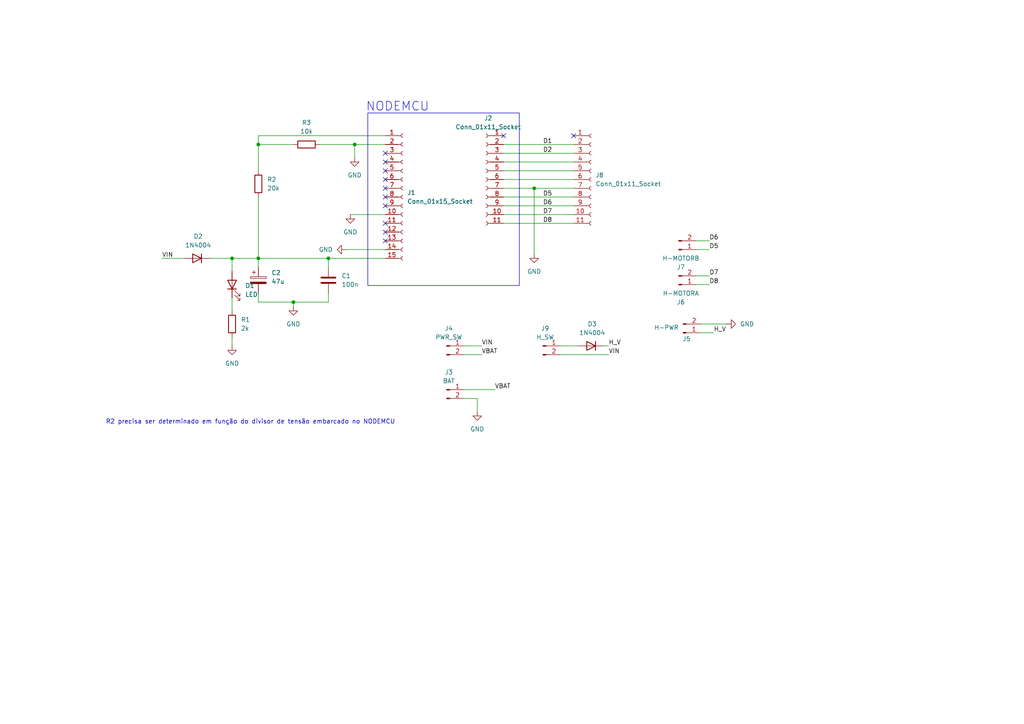
<source format=kicad_sch>
(kicad_sch (version 20231120) (generator "eeschema") (generator_version "8.0")
  (paper "A4")
  (title_block (title "Placa RC Slave Futebol Mini") (date "2024-11-06") (rev "1") (company "UFPA"))
  (lib_symbols
    (symbol "Connector:Conn_01x02_Pin" (pin_names (offset 1.016) hide)
      (property "Reference" "J" (at 0 2.54 0))
      (property "Value" "Conn_01x02_Pin" (at 0 -5.08 0))
      (symbol "Conn_01x02_Pin_1_1"
        (polyline (pts (xy 1.27 -2.54) (xy 0.8636 -2.54)) (stroke (width 0.1524)))
        (polyline (pts (xy 1.27 0) (xy 0.8636 0)) (stroke (width 0.1524)))
        (rectangle (start 0.8636 -2.413) (end 0 -2.667) (stroke (width 0.1524)) (fill (type outline)))
        (rectangle (start 0.8636 0.127) (end 0 -0.127) (stroke (width 0.1524)) (fill (type outline)))
        (pin passive line (at 5.08 0 180) (length 3.81) (name "Pin_1") (number "1"))
        (pin passive line (at 5.08 -2.54 180) (length 3.81) (name "Pin_2") (number "2"))
      )
    )
    (symbol "Connector:Conn_01x11_Socket" (pin_names (offset 1.016) hide)
      (property "Reference" "J" (at 0 15.24 0))
      (property "Value" "Conn_01x11_Socket" (at 0 -15.24 0))
      (symbol "Conn_01x11_Socket_1_1"
        (arc (start 0 -12.192) (mid -0.5058 -12.7) (end 0 -13.208) (stroke (width 0.1524)))
        (arc (start 0 -9.652) (mid -0.5058 -10.16) (end 0 -10.668) (stroke (width 0.1524)))
        (arc (start 0 -7.112) (mid -0.5058 -7.62) (end 0 -8.128) (stroke (width 0.1524)))
        (arc (start 0 -4.572) (mid -0.5058 -5.08) (end 0 -5.588) (stroke (width 0.1524)))
        (arc (start 0 -2.032) (mid -0.5058 -2.54) (end 0 -3.048) (stroke (width 0.1524)))
        (polyline (pts (xy -1.27 -12.7) (xy -0.508 -12.7)) (stroke (width 0.1524)))
        (polyline (pts (xy -1.27 -10.16) (xy -0.508 -10.16)) (stroke (width 0.1524)))
        (polyline (pts (xy -1.27 -7.62) (xy -0.508 -7.62)) (stroke (width 0.1524)))
        (polyline (pts (xy -1.27 -5.08) (xy -0.508 -5.08)) (stroke (width 0.1524)))
        (polyline (pts (xy -1.27 -2.54) (xy -0.508 -2.54)) (stroke (width 0.1524)))
        (polyline (pts (xy -1.27 0) (xy -0.508 0)) (stroke (width 0.1524)))
        (polyline (pts (xy -1.27 2.54) (xy -0.508 2.54)) (stroke (width 0.1524)))
        (polyline (pts (xy -1.27 5.08) (xy -0.508 5.08)) (stroke (width 0.1524)))
        (polyline (pts (xy -1.27 7.62) (xy -0.508 7.62)) (stroke (width 0.1524)))
        (polyline (pts (xy -1.27 10.16) (xy -0.508 10.16)) (stroke (width 0.1524)))
        (polyline (pts (xy -1.27 12.7) (xy -0.508 12.7)) (stroke (width 0.1524)))
        (arc (start 0 0.508) (mid -0.5058 0) (end 0 -0.508) (stroke (width 0.1524)))
        (arc (start 0 3.048) (mid -0.5058 2.54) (end 0 2.032) (stroke (width 0.1524)))
        (arc (start 0 5.588) (mid -0.5058 5.08) (end 0 4.572) (stroke (width 0.1524)))
        (arc (start 0 8.128) (mid -0.5058 7.62) (end 0 7.112) (stroke (width 0.1524)))
        (arc (start 0 10.668) (mid -0.5058 10.16) (end 0 9.652) (stroke (width 0.1524)))
        (arc (start 0 13.208) (mid -0.5058 12.7) (end 0 12.192) (stroke (width 0.1524)))
        (pin passive line (at -5.08 12.7 0) (length 3.81) (name "Pin_1") (number "1"))
        (pin passive line (at -5.08 -10.16 0) (length 3.81) (name "Pin_10") (number "10"))
        (pin passive line (at -5.08 -12.7 0) (length 3.81) (name "Pin_11") (number "11"))
        (pin passive line (at -5.08 10.16 0) (length 3.81) (name "Pin_2") (number "2"))
        (pin passive line (at -5.08 7.62 0) (length 3.81) (name "Pin_3") (number "3"))
        (pin passive line (at -5.08 5.08 0) (length 3.81) (name "Pin_4") (number "4"))
        (pin passive line (at -5.08 2.54 0) (length 3.81) (name "Pin_5") (number "5"))
        (pin passive line (at -5.08 0 0) (length 3.81) (name "Pin_6") (number "6"))
        (pin passive line (at -5.08 -2.54 0) (length 3.81) (name "Pin_7") (number "7"))
        (pin passive line (at -5.08 -5.08 0) (length 3.81) (name "Pin_8") (number "8"))
        (pin passive line (at -5.08 -7.62 0) (length 3.81) (name "Pin_9") (number "9"))
      )
    )
    (symbol "Connector:Conn_01x15_Socket" (pin_names (offset 1.016) hide)
      (property "Reference" "J" (at 0 20.32 0))
      (property "Value" "Conn_01x15_Socket" (at 0 -20.32 0))
      (symbol "Conn_01x15_Socket_1_1"
        (arc (start 0 -17.272) (mid -0.5058 -17.78) (end 0 -18.288) (stroke (width 0.1524)))
        (arc (start 0 -14.732) (mid -0.5058 -15.24) (end 0 -15.748) (stroke (width 0.1524)))
        (arc (start 0 -12.192) (mid -0.5058 -12.7) (end 0 -13.208) (stroke (width 0.1524)))
        (arc (start 0 -9.652) (mid -0.5058 -10.16) (end 0 -10.668) (stroke (width 0.1524)))
        (arc (start 0 -7.112) (mid -0.5058 -7.62) (end 0 -8.128) (stroke (width 0.1524)))
        (arc (start 0 -4.572) (mid -0.5058 -5.08) (end 0 -5.588) (stroke (width 0.1524)))
        (arc (start 0 -2.032) (mid -0.5058 -2.54) (end 0 -3.048) (stroke (width 0.1524)))
        (polyline (pts (xy -1.27 -17.78) (xy -0.508 -17.78)) (stroke (width 0.1524)))
        (polyline (pts (xy -1.27 -15.24) (xy -0.508 -15.24)) (stroke (width 0.1524)))
        (polyline (pts (xy -1.27 -12.7) (xy -0.508 -12.7)) (stroke (width 0.1524)))
        (polyline (pts (xy -1.27 -10.16) (xy -0.508 -10.16)) (stroke (width 0.1524)))
        (polyline (pts (xy -1.27 -7.62) (xy -0.508 -7.62)) (stroke (width 0.1524)))
        (polyline (pts (xy -1.27 -5.08) (xy -0.508 -5.08)) (stroke (width 0.1524)))
        (polyline (pts (xy -1.27 -2.54) (xy -0.508 -2.54)) (stroke (width 0.1524)))
        (polyline (pts (xy -1.27 0) (xy -0.508 0)) (stroke (width 0.1524)))
        (polyline (pts (xy -1.27 2.54) (xy -0.508 2.54)) (stroke (width 0.1524)))
        (polyline (pts (xy -1.27 5.08) (xy -0.508 5.08)) (stroke (width 0.1524)))
        (polyline (pts (xy -1.27 7.62) (xy -0.508 7.62)) (stroke (width 0.1524)))
        (polyline (pts (xy -1.27 10.16) (xy -0.508 10.16)) (stroke (width 0.1524)))
        (polyline (pts (xy -1.27 12.7) (xy -0.508 12.7)) (stroke (width 0.1524)))
        (polyline (pts (xy -1.27 15.24) (xy -0.508 15.24)) (stroke (width 0.1524)))
        (polyline (pts (xy -1.27 17.78) (xy -0.508 17.78)) (stroke (width 0.1524)))
        (arc (start 0 0.508) (mid -0.5058 0) (end 0 -0.508) (stroke (width 0.1524)))
        (arc (start 0 3.048) (mid -0.5058 2.54) (end 0 2.032) (stroke (width 0.1524)))
        (arc (start 0 5.588) (mid -0.5058 5.08) (end 0 4.572) (stroke (width 0.1524)))
        (arc (start 0 8.128) (mid -0.5058 7.62) (end 0 7.112) (stroke (width 0.1524)))
        (arc (start 0 10.668) (mid -0.5058 10.16) (end 0 9.652) (stroke (width 0.1524)))
        (arc (start 0 13.208) (mid -0.5058 12.7) (end 0 12.192) (stroke (width 0.1524)))
        (arc (start 0 15.748) (mid -0.5058 15.24) (end 0 14.732) (stroke (width 0.1524)))
        (arc (start 0 18.288) (mid -0.5058 17.78) (end 0 17.272) (stroke (width 0.1524)))
        (pin passive line (at -5.08 17.78 0) (length 3.81) (name "Pin_1") (number "1"))
        (pin passive line (at -5.08 -5.08 0) (length 3.81) (name "Pin_10") (number "10"))
        (pin passive line (at -5.08 -7.62 0) (length 3.81) (name "Pin_11") (number "11"))
        (pin passive line (at -5.08 -10.16 0) (length 3.81) (name "Pin_12") (number "12"))
        (pin passive line (at -5.08 -12.7 0) (length 3.81) (name "Pin_13") (number "13"))
        (pin passive line (at -5.08 -15.24 0) (length 3.81) (name "Pin_14") (number "14"))
        (pin passive line (at -5.08 -17.78 0) (length 3.81) (name "Pin_15") (number "15"))
        (pin passive line (at -5.08 15.24 0) (length 3.81) (name "Pin_2") (number "2"))
        (pin passive line (at -5.08 12.7 0) (length 3.81) (name "Pin_3") (number "3"))
        (pin passive line (at -5.08 10.16 0) (length 3.81) (name "Pin_4") (number "4"))
        (pin passive line (at -5.08 7.62 0) (length 3.81) (name "Pin_5") (number "5"))
        (pin passive line (at -5.08 5.08 0) (length 3.81) (name "Pin_6") (number "6"))
        (pin passive line (at -5.08 2.54 0) (length 3.81) (name "Pin_7") (number "7"))
        (pin passive line (at -5.08 0 0) (length 3.81) (name "Pin_8") (number "8"))
        (pin passive line (at -5.08 -2.54 0) (length 3.81) (name "Pin_9") (number "9"))
      )
    )
    (symbol "Device:C" (pin_numbers hide) (pin_names (offset 0.254))
      (property "Reference" "C" (at 0.635 2.54 0))
      (property "Value" "C" (at 0.635 -2.54 0))
      (symbol "C_0_1"
        (polyline (pts (xy -2.032 -0.762) (xy 2.032 -0.762)) (stroke (width 0.508)))
        (polyline (pts (xy -2.032 0.762) (xy 2.032 0.762)) (stroke (width 0.508)))
      )
      (symbol "C_1_1"
        (pin passive line (at 0 3.81 270) (length 2.794) (name "~") (number "1"))
        (pin passive line (at 0 -3.81 90) (length 2.794) (name "~") (number "2"))
      )
    )
    (symbol "Device:C_Polarized" (pin_numbers hide) (pin_names (offset 0.254))
      (property "Reference" "C" (at 0.635 2.54 0))
      (property "Value" "C_Polarized" (at 0.635 -2.54 0))
      (symbol "C_Polarized_0_1"
        (rectangle (start -2.286 0.508) (end 2.286 1.016))
        (polyline (pts (xy -1.778 2.286) (xy -0.762 2.286)))
        (polyline (pts (xy -1.27 2.794) (xy -1.27 1.778)))
        (rectangle (start 2.286 -0.508) (end -2.286 -1.016) (fill (type outline)))
      )
      (symbol "C_Polarized_1_1"
        (pin passive line (at 0 3.81 270) (length 2.794) (name "~") (number "1"))
        (pin passive line (at 0 -3.81 90) (length 2.794) (name "~") (number "2"))
      )
    )
    (symbol "Device:LED" (pin_numbers hide) (pin_names (offset 1.016) hide)
      (property "Reference" "D" (at 0 2.54 0))
      (property "Value" "LED" (at 0 -2.54 0))
      (symbol "LED_0_1"
        (polyline (pts (xy -1.27 -1.27) (xy -1.27 1.27)) (stroke (width 0.254)))
        (polyline (pts (xy -1.27 0) (xy 1.27 0)))
        (polyline (pts (xy 1.27 -1.27) (xy 1.27 1.27) (xy -1.27 0) (xy 1.27 -1.27)) (stroke (width 0.254)))
        (polyline (pts (xy -3.048 -0.762) (xy -4.572 -2.286) (xy -3.81 -2.286) (xy -4.572 -2.286) (xy -4.572 -1.524)))
        (polyline (pts (xy -1.778 -0.762) (xy -3.302 -2.286) (xy -2.54 -2.286) (xy -3.302 -2.286) (xy -3.302 -1.524)))
      )
      (symbol "LED_1_1"
        (pin passive line (at -3.81 0 0) (length 2.54) (name "K") (number "1"))
        (pin passive line (at 3.81 0 180) (length 2.54) (name "A") (number "2"))
      )
    )
    (symbol "Device:R" (pin_numbers hide) (pin_names (offset 0))
      (property "Reference" "R" (at 2.032 0 90))
      (property "Value" "R" (at 0 0 90))
      (symbol "R_0_1"
        (rectangle (start -1.016 -2.54) (end 1.016 2.54) (stroke (width 0.254)))
      )
      (symbol "R_1_1"
        (pin passive line (at 0 3.81 270) (length 1.27) (name "~") (number "1"))
        (pin passive line (at 0 -3.81 90) (length 1.27) (name "~") (number "2"))
      )
    )
    (symbol "Diode:1N4004" (pin_numbers hide) (pin_names hide)
      (property "Reference" "D" (at 0 2.54 0))
      (property "Value" "1N4004" (at 0 -2.54 0))
      (symbol "1N4004_0_1"
        (polyline (pts (xy -1.27 1.27) (xy -1.27 -1.27)) (stroke (width 0.254)))
        (polyline (pts (xy 1.27 0) (xy -1.27 0)))
        (polyline (pts (xy 1.27 1.27) (xy 1.27 -1.27) (xy -1.27 0) (xy 1.27 1.27)) (stroke (width 0.254)))
      )
      (symbol "1N4004_1_1"
        (pin passive line (at -3.81 0 0) (length 2.54) (name "K") (number "1"))
        (pin passive line (at 3.81 0 180) (length 2.54) (name "A") (number "2"))
      )
    )
    (symbol "power:GND" (power) (pin_numbers hide) (pin_names (offset 0) hide)
      (property "Value" "GND" (at 0 -3.81 0))
      (symbol "GND_0_1"
        (polyline (pts (xy 0 0) (xy 0 -1.27) (xy 1.27 -1.27) (xy 0 -2.54) (xy -1.27 -1.27) (xy 0 -1.27)))
      )
      (symbol "GND_1_1"
        (pin power_in line (at 0 0 270) (length 0) (name "~") (number "1"))
      )
    )
  )
  (junction (at 74.93 41.91))
  (junction (at 95.25 74.93))
  (junction (at 102.87 41.91))
  (junction (at 67.31 74.93))
  (junction (at 85.09 87.63))
  (junction (at 74.93 74.93))
  (junction (at 154.94 54.61))
  (no_connect (at 111.76 44.45))
  (no_connect (at 111.76 64.77))
  (no_connect (at 111.76 52.07))
  (no_connect (at 111.76 54.61))
  (no_connect (at 111.76 49.53))
  (no_connect (at 111.76 46.99))
  (no_connect (at 111.76 57.15))
  (no_connect (at 146.05 39.37))
  (no_connect (at 166.37 39.37))
  (no_connect (at 111.76 69.85))
  (no_connect (at 111.76 67.31))
  (no_connect (at 111.76 59.69))
  (wire (pts (xy 154.94 54.61) (xy 166.37 54.61)))
  (wire (pts (xy 74.93 77.47) (xy 74.93 74.93)))
  (wire (pts (xy 74.93 41.91) (xy 74.93 49.53)))
  (wire (pts (xy 100.33 72.39) (xy 111.76 72.39)))
  (wire (pts (xy 85.09 87.63) (xy 85.09 88.9)))
  (wire (pts (xy 134.62 100.33) (xy 139.7 100.33)))
  (wire (pts (xy 146.05 49.53) (xy 166.37 49.53)))
  (wire (pts (xy 102.87 41.91) (xy 111.76 41.91)))
  (wire (pts (xy 162.56 100.33) (xy 167.64 100.33)))
  (wire (pts (xy 95.25 87.63) (xy 95.25 85.09)))
  (wire (pts (xy 205.74 82.55) (xy 201.93 82.55)))
  (wire (pts (xy 154.94 54.61) (xy 146.05 54.61)))
  (wire (pts (xy 95.25 74.93) (xy 111.76 74.93)))
  (wire (pts (xy 102.87 45.72) (xy 102.87 41.91)))
  (wire (pts (xy 67.31 97.79) (xy 67.31 100.33)))
  (wire (pts (xy 67.31 74.93) (xy 67.31 78.74)))
  (wire (pts (xy 139.7 102.87) (xy 134.62 102.87)))
  (wire (pts (xy 60.96 74.93) (xy 67.31 74.93)))
  (wire (pts (xy 74.93 87.63) (xy 74.93 85.09)))
  (wire (pts (xy 74.93 41.91) (xy 85.09 41.91)))
  (wire (pts (xy 85.09 87.63) (xy 95.25 87.63)))
  (wire (pts (xy 201.93 80.01) (xy 205.74 80.01)))
  (wire (pts (xy 146.05 52.07) (xy 166.37 52.07)))
  (wire (pts (xy 146.05 44.45) (xy 166.37 44.45)))
  (wire (pts (xy 134.62 113.03) (xy 143.51 113.03)))
  (wire (pts (xy 67.31 86.36) (xy 67.31 90.17)))
  (wire (pts (xy 207.01 96.52) (xy 203.2 96.52)))
  (wire (pts (xy 74.93 57.15) (xy 74.93 74.93)))
  (wire (pts (xy 146.05 64.77) (xy 166.37 64.77)))
  (wire (pts (xy 101.6 62.23) (xy 111.76 62.23)))
  (wire (pts (xy 146.05 57.15) (xy 166.37 57.15)))
  (wire (pts (xy 146.05 41.91) (xy 166.37 41.91)))
  (wire (pts (xy 210.82 93.98) (xy 203.2 93.98)))
  (wire (pts (xy 146.05 46.99) (xy 166.37 46.99)))
  (wire (pts (xy 74.93 87.63) (xy 85.09 87.63)))
  (wire (pts (xy 201.93 69.85) (xy 205.74 69.85)))
  (wire (pts (xy 67.31 74.93) (xy 74.93 74.93)))
  (wire (pts (xy 176.53 100.33) (xy 175.26 100.33)))
  (wire (pts (xy 154.94 73.66) (xy 154.94 54.61)))
  (wire (pts (xy 146.05 62.23) (xy 166.37 62.23)))
  (wire (pts (xy 46.99 74.93) (xy 53.34 74.93)))
  (wire (pts (xy 92.71 41.91) (xy 102.87 41.91)))
  (wire (pts (xy 74.93 74.93) (xy 95.25 74.93)))
  (wire (pts (xy 95.25 77.47) (xy 95.25 74.93)))
  (wire (pts (xy 146.05 59.69) (xy 166.37 59.69)))
  (wire (pts (xy 138.43 115.57) (xy 138.43 119.38)))
  (wire (pts (xy 176.53 102.87) (xy 162.56 102.87)))
  (wire (pts (xy 111.76 39.37) (xy 74.93 39.37)))
  (wire (pts (xy 134.62 115.57) (xy 138.43 115.57)))
  (wire (pts (xy 201.93 72.39) (xy 205.74 72.39)))
  (wire (pts (xy 74.93 39.37) (xy 74.93 41.91)))
  (rectangle (start 106.68 32.766) (end 150.622 82.804))
  (text "R2 precisa ser determinado em função do divisor de tensão embarcado no NODEMCU\n" (at 72.644 122.428 0) (effects (font (size 1.27 1.27))))
  (text "NODEMCU" (at 115.316 30.988 0) (effects (font (size 2.54 2.54))))
  (label "D8" (at 157.48 64.77 0))
  (label "D5" (at 157.48 57.15 0))
  (label "D1" (at 157.48 41.91 0))
  (label "VIN" (at 46.99 74.93 0))
  (label "VIN" (at 139.7 100.33 0))
  (label "D5" (at 205.74 72.39 0))
  (label "D7" (at 205.74 80.01 0))
  (label "D8" (at 205.74 82.55 0))
  (label "VBAT" (at 143.51 113.03 0))
  (label "D6" (at 157.48 59.69 0))
  (label "D2" (at 157.48 44.45 0))
  (label "VIN" (at 176.53 102.87 0))
  (label "D7" (at 157.48 62.23 0))
  (label "D6" (at 205.74 69.85 0))
  (label "H_V" (at 207.01 96.52 0))
  (label "H_V" (at 176.53 100.33 0))
  (label "VBAT" (at 139.7 102.87 0))
  (symbol (lib_id "Diode:1N4004") (at 57.15 74.93 0) (mirror y) (unit 1)
    (property "Reference" "D2" (at 57.4675 68.58 0))
    (property "Value" "1N4004" (at 57.4675 71.12 0))
    (property "Footprint" "Diode_THT:D_DO-41_SOD81_P10.16mm_Horizontal" (effects (hide yes)))
    (property "Datasheet" "http://www.vishay.com/docs/88503/1n4001.pdf" (effects (hide yes)))
    (property "Description" "400V 1A General Purpose Rectifier Diode, DO-41" (effects (hide yes)))
    (property "Sim.Device" "D" (effects (hide yes)))
    (property "Sim.Pins" "1=K 2=A" (effects (hide yes)))
  )
  (symbol (lib_id "Connector:Conn_01x02_Pin") (at 196.85 72.39 0) (mirror x) (unit 1)
    (property "Reference" "J7" (at 197.485 77.47 0))
    (property "Value" "H-MOTORB" (at 197.485 74.93 0))
    (property "Footprint" "Connector_PinHeader_2.54mm:PinHeader_1x02_P2.54mm_Vertical" (effects (hide yes)))
    (property "Description" "Generic connector, single row, 01x02, script generated" (effects (hide yes)))
  )
  (symbol (lib_id "Connector:Conn_01x02_Pin") (at 196.85 82.55 0) (mirror x) (unit 1)
    (property "Reference" "J6" (at 197.485 87.63 0))
    (property "Value" "H-MOTORA" (at 197.485 85.09 0))
    (property "Footprint" "Connector_PinHeader_2.54mm:PinHeader_1x02_P2.54mm_Vertical" (effects (hide yes)))
    (property "Description" "Generic connector, single row, 01x02, script generated" (effects (hide yes)))
  )
  (symbol (lib_id "Connector:Conn_01x02_Pin") (at 129.54 113.03 0) (unit 1)
    (property "Reference" "J3" (at 130.175 107.95 0))
    (property "Value" "BAT" (at 130.175 110.49 0))
    (property "Footprint" "Connector_PinHeader_2.54mm:PinHeader_1x02_P2.54mm_Vertical" (effects (hide yes)))
    (property "Description" "Generic connector, single row, 01x02, script generated" (effects (hide yes)))
  )
  (symbol (lib_id "power:GND") (at 101.6 62.23 0) (unit 1)
    (property "Reference" "#PWR7" (effects (hide yes)))
    (property "Value" "GND" (at 101.6 67.31 0))
    (property "Description" "Power symbol creates a global label with name \"GND\" , ground" (effects (hide yes)))
  )
  (symbol (lib_id "Connector:Conn_01x02_Pin") (at 129.54 100.33 0) (unit 1)
    (property "Reference" "J4" (at 130.175 95.25 0))
    (property "Value" "PWR_SW" (at 130.175 97.79 0))
    (property "Footprint" "Connector_PinHeader_2.54mm:PinHeader_1x02_P2.54mm_Vertical" (effects (hide yes)))
    (property "Description" "Generic connector, single row, 01x02, script generated" (effects (hide yes)))
  )
  (symbol (lib_id "Device:C") (at 95.25 81.28 0) (unit 1)
    (property "Reference" "C1" (at 99.06 80.0099 0) (effects (justify left)))
    (property "Value" "100n" (at 99.06 82.5499 0) (effects (justify left)))
    (property "Footprint" "Capacitor_THT:CP_Radial_D5.0mm_P2.50mm" (effects (hide yes)))
    (property "Description" "Unpolarized capacitor" (effects (hide yes)))
  )
  (symbol (lib_id "Device:C_Polarized") (at 74.93 81.28 0) (unit 1)
    (property "Reference" "C2" (at 78.74 79.1209 0) (effects (justify left)))
    (property "Value" "47u" (at 78.74 81.6609 0) (effects (justify left)))
    (property "Footprint" "Capacitor_THT:CP_Radial_D5.0mm_P2.50mm" (effects (hide yes)))
    (property "Description" "Polarized capacitor" (effects (hide yes)))
  )
  (symbol (lib_id "Connector:Conn_01x11_Socket") (at 171.45 52.07 0) (unit 1)
    (property "Reference" "J8" (at 172.72 50.7999 0) (effects (justify left)))
    (property "Value" "Conn_01x11_Socket" (at 172.72 53.3399 0) (effects (justify left)))
    (property "Footprint" "Connector_PinHeader_2.54mm:PinHeader_1x11_P2.54mm_Vertical" (effects (hide yes)))
    (property "Description" "Generic connector, single row, 01x11, script generated" (effects (hide yes)))
  )
  (symbol (lib_id "power:GND") (at 100.33 72.39 270) (unit 1)
    (property "Reference" "#PWR01" (effects (hide yes)))
    (property "Value" "GND" (at 96.52 72.3899 90) (effects (justify right)))
    (property "Description" "Power symbol creates a global label with name \"GND\" , ground" (effects (hide yes)))
  )
  (symbol (lib_id "Connector:Conn_01x02_Pin") (at 157.48 100.33 0) (unit 1)
    (property "Reference" "J9" (at 158.115 95.25 0))
    (property "Value" "H_SW" (at 158.115 97.79 0))
    (property "Footprint" "Connector_PinHeader_2.54mm:PinHeader_1x02_P2.54mm_Vertical" (effects (hide yes)))
    (property "Description" "Generic connector, single row, 01x02, script generated" (effects (hide yes)))
  )
  (symbol (lib_id "power:GND") (at 154.94 73.66 0) (unit 1)
    (property "Reference" "#PWR8" (effects (hide yes)))
    (property "Value" "GND" (at 154.94 78.74 0))
    (property "Description" "Power symbol creates a global label with name \"GND\" , ground" (effects (hide yes)))
  )
  (symbol (lib_id "Device:LED") (at 67.31 82.55 90) (unit 1)
    (property "Reference" "D1" (at 71.12 82.8674 90) (effects (justify right)))
    (property "Value" "LED" (at 71.12 85.4074 90) (effects (justify right)))
    (property "Footprint" "LED_THT:LED_D3.0mm" (effects (hide yes)))
    (property "Description" "Light emitting diode" (effects (hide yes)))
  )
  (symbol (lib_id "power:GND") (at 210.82 93.98 90) (unit 1)
    (property "Reference" "#PWR03" (effects (hide yes)))
    (property "Value" "GND" (at 214.63 93.9799 90) (effects (justify right)))
    (property "Description" "Power symbol creates a global label with name \"GND\" , ground" (effects (hide yes)))
  )
  (symbol (lib_id "power:GND") (at 85.09 88.9 0) (unit 1)
    (property "Reference" "#PWR5" (effects (hide yes)))
    (property "Value" "GND" (at 85.09 93.98 0))
    (property "Description" "Power symbol creates a global label with name \"GND\" , ground" (effects (hide yes)))
  )
  (symbol (lib_id "Diode:1N4004") (at 171.45 100.33 0) (mirror y) (unit 1)
    (property "Reference" "D3" (at 171.7675 93.98 0))
    (property "Value" "1N4004" (at 171.7675 96.52 0))
    (property "Footprint" "Diode_THT:D_DO-41_SOD81_P10.16mm_Horizontal" (effects (hide yes)))
    (property "Datasheet" "http://www.vishay.com/docs/88503/1n4001.pdf" (effects (hide yes)))
    (property "Description" "400V 1A General Purpose Rectifier Diode, DO-41" (effects (hide yes)))
    (property "Sim.Device" "D" (effects (hide yes)))
    (property "Sim.Pins" "1=K 2=A" (effects (hide yes)))
  )
  (symbol (lib_id "Device:R") (at 88.9 41.91 90) (unit 1)
    (property "Reference" "R3" (at 88.9 35.56 90))
    (property "Value" "10k" (at 88.9 38.1 90))
    (property "Footprint" "Resistor_THT:R_Axial_DIN0207_L6.3mm_D2.5mm_P10.16mm_Horizontal" (effects (hide yes)))
    (property "Description" "Resistor" (effects (hide yes)))
  )
  (symbol (lib_id "power:GND") (at 138.43 119.38 0) (unit 1)
    (property "Reference" "#PWR02" (effects (hide yes)))
    (property "Value" "GND" (at 138.43 124.46 0))
    (property "Description" "Power symbol creates a global label with name \"GND\" , ground" (effects (hide yes)))
  )
  (symbol (lib_id "Connector:Conn_01x11_Socket") (at 140.97 52.07 0) (mirror y) (unit 1)
    (property "Reference" "J2" (at 141.605 34.29 0))
    (property "Value" "Conn_01x11_Socket" (at 141.605 36.83 0))
    (property "Footprint" "Connector_PinHeader_2.54mm:PinHeader_1x11_P2.54mm_Vertical" (effects (hide yes)))
    (property "Description" "Generic connector, single row, 01x11, script generated" (effects (hide yes)))
  )
  (symbol (lib_id "Connector:Conn_01x15_Socket") (at 116.84 57.15 0) (unit 1)
    (property "Reference" "J1" (at 118.11 55.8799 0) (effects (justify left)))
    (property "Value" "Conn_01x15_Socket" (at 118.11 58.4199 0) (effects (justify left)))
    (property "Footprint" "Connector_PinHeader_2.54mm:PinHeader_1x15_P2.54mm_Vertical" (effects (hide yes)))
    (property "Description" "Generic connector, single row, 01x15, script generated" (effects (hide yes)))
  )
  (symbol (lib_id "power:GND") (at 102.87 45.72 0) (unit 1)
    (property "Reference" "#PWR6" (effects (hide yes)))
    (property "Value" "GND" (at 102.87 50.8 0))
    (property "Description" "Power symbol creates a global label with name \"GND\" , ground" (effects (hide yes)))
  )
  (symbol (lib_id "Device:R") (at 67.31 93.98 0) (unit 1)
    (property "Reference" "R1" (at 69.85 92.7099 0) (effects (justify left)))
    (property "Value" "2k" (at 69.85 95.2499 0) (effects (justify left)))
    (property "Footprint" "Resistor_THT:R_Axial_DIN0207_L6.3mm_D2.5mm_P10.16mm_Horizontal" (effects (hide yes)))
    (property "Description" "Resistor" (effects (hide yes)))
  )
  (symbol (lib_id "power:GND") (at 67.31 100.33 0) (unit 1)
    (property "Reference" "#PWR04" (effects (hide yes)))
    (property "Value" "GND" (at 67.31 105.41 0))
    (property "Description" "Power symbol creates a global label with name \"GND\" , ground" (effects (hide yes)))
  )
  (symbol (lib_id "Device:R") (at 74.93 53.34 0) (unit 1)
    (property "Reference" "R2" (at 77.47 52.0699 0) (effects (justify left)))
    (property "Value" "20k" (at 77.47 54.6099 0) (effects (justify left)))
    (property "Footprint" "Resistor_THT:R_Axial_DIN0207_L6.3mm_D2.5mm_P10.16mm_Horizontal" (effects (hide yes)))
    (property "Description" "Resistor" (effects (hide yes)))
  )
  (symbol (lib_id "Connector:Conn_01x02_Pin") (at 198.12 96.52 0) (mirror x) (unit 1)
    (property "Reference" "J5" (at 199.136 98.298 0))
    (property "Value" "H-PWR" (at 193.294 94.996 0))
    (property "Footprint" "Connector_PinHeader_2.54mm:PinHeader_1x02_P2.54mm_Vertical" (effects (hide yes)))
    (property "Description" "Generic connector, single row, 01x02, script generated" (effects (hide yes)))
  )
)
</source>
